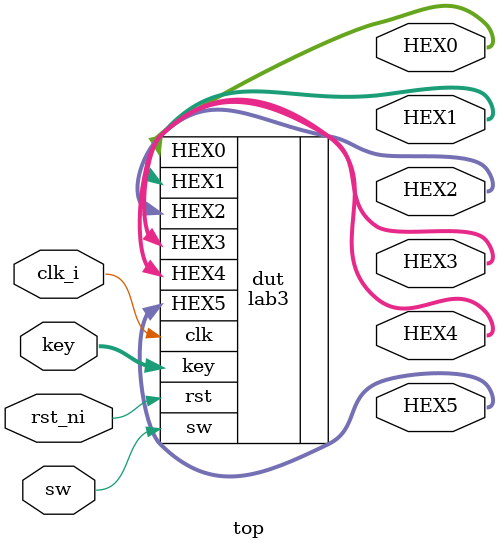
<source format=sv>
module top (
    input logic clk_i, 
    input logic rst_ni, 
    input logic [1:0] key,
    input logic sw, 
    output logic [6:0] HEX0, HEX1, HEX2, HEX3, HEX4, HEX5
);

  lab3 dut (
    .clk (clk_i),
    .rst (rst_ni),
    .key (key),
    .sw (sw),
    .HEX0 (HEX0),
    .HEX1 (HEX1),
    .HEX2 (HEX2),
    .HEX3 (HEX3),
    .HEX4 (HEX4),
    .HEX5 (HEX5)
  );

endmodule : top

</source>
